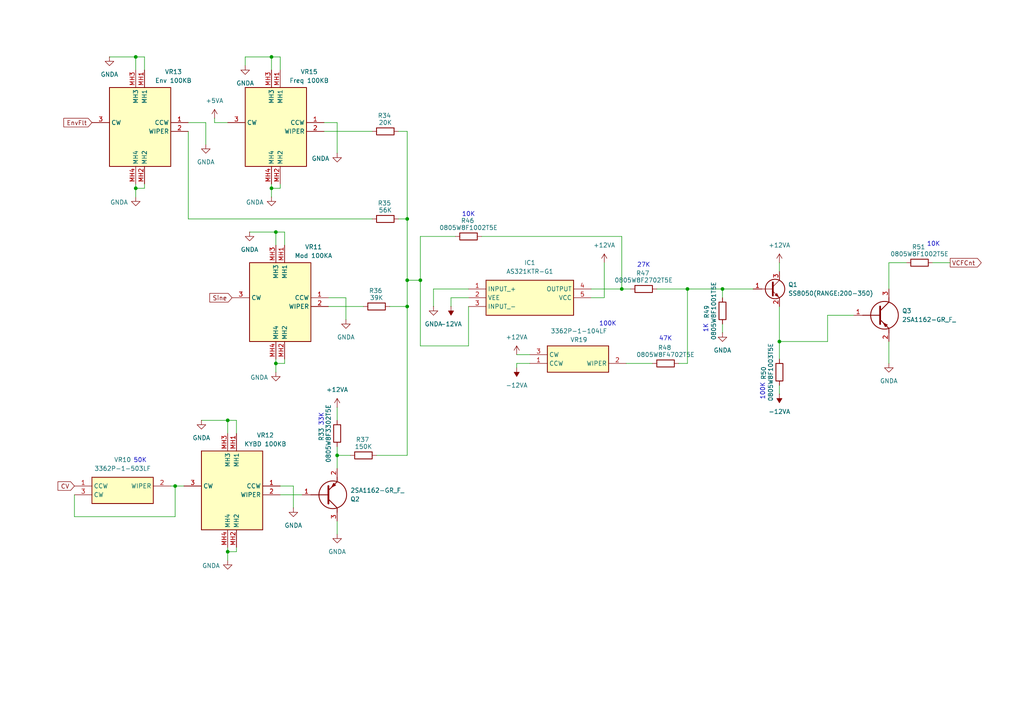
<source format=kicad_sch>
(kicad_sch (version 20250114) (generator "eeschema") (generator_version "9.0")
  (paper "A4")
  (lib_symbols
    (symbol "Device:R" (pin_numbers (hide yes)) (pin_names (offset 0))
      (property "Reference" "R" (at 2.032 0 90))
      (property "Value" "R" (at 0 0 90))
      (symbol "R_0_1"
        (rectangle (start -1.016 -2.54) (end 1.016 2.54) (stroke (width 0.254)))
      )
      (symbol "R_1_1"
        (pin passive line (at 0 3.81 270) (length 1.27) (name "~") (number "1"))
        (pin passive line (at 0 -3.81 90) (length 1.27) (name "~") (number "2"))
      )
    )
    (symbol "SamacSys_Parts:2SA1162-GR_F_" (pin_names (hide yes))
      (property "Reference" "Q" (at 13.97 1.27 0))
      (property "Value" "2SA1162-GR_F_" (at 13.97 -1.27 0))
      (symbol "2SA1162-GR_F__1_1"
        (polyline (pts (xy 2.54 0) (xy 7.62 0)) (stroke (width 0.254)))
        (polyline (pts (xy 7.62 2.54) (xy 7.62 -2.54)) (stroke (width 0.508)))
        (polyline (pts (xy 7.62 1.27) (xy 10.16 3.81)) (stroke (width 0.254)))
        (polyline (pts (xy 7.62 -1.27) (xy 10.16 -3.81)) (stroke (width 0.254)))
        (circle (center 8.89 0) (radius 4.016) (stroke (width 0.254)))
        (polyline (pts (xy 9.652 -2.794) (xy 9.144 -3.302) (xy 8.636 -2.286) (xy 9.652 -2.794)) (stroke (width 0.254)) (fill (type outline)))
        (polyline (pts (xy 10.16 3.81) (xy 10.16 5.08)) (stroke (width 0.254)))
        (polyline (pts (xy 10.16 -3.81) (xy 10.16 -5.08)) (stroke (width 0.254)))
        (pin passive line (at 0 0 0) (length 2.54) (name "B") (number "1"))
        (pin passive line (at 10.16 7.62 270) (length 2.54) (name "C") (number "3"))
        (pin passive line (at 10.16 -7.62 90) (length 2.54) (name "E") (number "2"))
      )
    )
    (symbol "SamacSys_Parts:3362P-1-103LF"
      (property "Reference" "VR" (at 24.13 7.62 0))
      (property "Value" "3362P-1-103LF" (at 24.13 5.08 0))
      (symbol "3362P-1-103LF_1_1"
        (rectangle (start 5.08 2.54) (end 22.86 -5.08) (stroke (width 0.254)) (fill (type background)))
        (pin passive line (at 0 0 0) (length 5.08) (name "CCW") (number "1"))
        (pin passive line (at 0 -2.54 0) (length 5.08) (name "CW") (number "3"))
        (pin passive line (at 27.94 0 180) (length 5.08) (name "WIPER") (number "2"))
      )
    )
    (symbol "SamacSys_Parts:AS321KTR-E1"
      (property "Reference" "D" (at 31.75 7.62 0))
      (property "Value" "AS321KTR-E1" (at 31.75 5.08 0))
      (symbol "AS321KTR-E1_1_1"
        (rectangle (start 5.08 2.54) (end 30.48 -7.62) (stroke (width 0.254)) (fill (type background)))
        (pin passive line (at 0 0 0) (length 5.08) (name "INPUT_+") (number "1"))
        (pin passive line (at 0 -2.54 0) (length 5.08) (name "VEE") (number "2"))
        (pin passive line (at 0 -5.08 0) (length 5.08) (name "INPUT_-") (number "3"))
        (pin passive line (at 35.56 0 180) (length 5.08) (name "OUTPUT") (number "4"))
        (pin passive line (at 35.56 -2.54 180) (length 5.08) (name "VCC") (number "5"))
      )
    )
    (symbol "SamacSys_Parts:PTA2043-2010CIB104"
      (property "Reference" "VR" (at 24.13 15.24 0))
      (property "Value" "PTA2043-2010CIB104" (at 24.13 12.7 0))
      (symbol "PTA2043-2010CIB104_1_1"
        (rectangle (start 5.08 10.16) (end 22.86 -12.7) (stroke (width 0.254)) (fill (type background)))
        (pin passive line (at 0 0 0) (length 5.08) (name "CCW") (number "1"))
        (pin passive line (at 0 -2.54 0) (length 5.08) (name "WIPER") (number "2"))
        (pin passive line (at 12.7 15.24 270) (length 5.08) (name "MH1") (number "MH1"))
        (pin passive line (at 12.7 -17.78 90) (length 5.08) (name "MH2") (number "MH2"))
        (pin passive line (at 15.24 15.24 270) (length 5.08) (name "MH3") (number "MH3"))
        (pin passive line (at 15.24 -17.78 90) (length 5.08) (name "MH4") (number "MH4"))
        (pin passive line (at 27.94 0 180) (length 5.08) (name "CW") (number "3"))
      )
    )
    (symbol "Transistor_BJT:SS8050" (pin_names (offset 0) (hide yes))
      (property "Reference" "Q" (at 5.08 1.905 0))
      (property "Value" "SS8050" (at 5.08 0 0))
      (symbol "SS8050_0_1"
        (polyline (pts (xy -2.54 0) (xy 0.635 0)))
        (polyline (pts (xy 0.635 1.905) (xy 0.635 -1.905)) (stroke (width 0.508)))
        (circle (center 1.27 0) (radius 2.8194) (stroke (width 0.254)))
      )
      (symbol "SS8050_1_1"
        (polyline (pts (xy 0.635 0.635) (xy 2.54 2.54)))
        (polyline (pts (xy 0.635 -0.635) (xy 2.54 -2.54)))
        (polyline (pts (xy 1.27 -1.778) (xy 1.778 -1.27) (xy 2.286 -2.286) (xy 1.27 -1.778)) (fill (type outline)))
        (pin input line (at -5.08 0 0) (length 2.54) (name "B") (number "1"))
        (pin passive line (at 2.54 5.08 270) (length 2.54) (name "C") (number "3"))
        (pin passive line (at 2.54 -5.08 90) (length 2.54) (name "E") (number "2"))
      )
    )
    (symbol "power:+12VA" (power) (pin_numbers (hide yes)) (pin_names (offset 0) (hide yes))
      (property "Value" "+12VA" (at 0 3.556 0))
      (symbol "+12VA_0_1"
        (polyline (pts (xy -0.762 1.27) (xy 0 2.54)))
        (polyline (pts (xy 0 2.54) (xy 0.762 1.27)))
        (polyline (pts (xy 0 0) (xy 0 2.54)))
      )
      (symbol "+12VA_1_1"
        (pin power_in line (at 0 0 90) (length 0) (name "~") (number "1"))
      )
    )
    (symbol "power:+5VA" (power) (pin_numbers (hide yes)) (pin_names (offset 0) (hide yes))
      (property "Value" "+5VA" (at 0 3.556 0))
      (symbol "+5VA_0_1"
        (polyline (pts (xy -0.762 1.27) (xy 0 2.54)))
        (polyline (pts (xy 0 2.54) (xy 0.762 1.27)))
        (polyline (pts (xy 0 0) (xy 0 2.54)))
      )
      (symbol "+5VA_1_1"
        (pin power_in line (at 0 0 90) (length 0) (name "~") (number "1"))
      )
    )
    (symbol "power:-12VA" (power) (pin_numbers (hide yes)) (pin_names (offset 0) (hide yes))
      (property "Value" "-12VA" (at 0 3.556 0))
      (symbol "-12VA_0_0"
        (pin power_in line (at 0 0 90) (length 0) (name "~") (number "1"))
      )
      (symbol "-12VA_0_1"
        (polyline (pts (xy 0 0) (xy 0 1.27) (xy 0.762 1.27) (xy 0 2.54) (xy -0.762 1.27) (xy 0 1.27)) (fill (type outline)))
      )
    )
    (symbol "power:GNDA" (power) (pin_numbers (hide yes)) (pin_names (offset 0) (hide yes))
      (property "Value" "GNDA" (at 0 -3.81 0))
      (symbol "GNDA_0_1"
        (polyline (pts (xy 0 0) (xy 0 -1.27) (xy 1.27 -1.27) (xy 0 -2.54) (xy -1.27 -1.27) (xy 0 -1.27)))
      )
      (symbol "GNDA_1_1"
        (pin power_in line (at 0 0 270) (length 0) (name "~") (number "1"))
      )
    )
  )
  (text "100K" (at 176.276 93.98 0) (effects (font (size 1.27 1.27))))
  (text "47K" (at 193.04 98.298 0) (effects (font (size 1.27 1.27))))
  (text "10K" (at 135.89 62.23 0) (effects (font (size 1.27 1.27))))
  (text "10K" (at 270.764 70.866 0) (effects (font (size 1.27 1.27))))
  (text "27K" (at 186.69 76.962 0) (effects (font (size 1.27 1.27))))
  (text "50K" (at 40.64 133.604 0) (effects (font (size 1.27 1.27))))
  (text "1K" (at 204.724 95.25 90) (effects (font (size 1.27 1.27))))
  (text "33K" (at 93.218 121.666 90) (effects (font (size 1.27 1.27))))
  (text "100K" (at 221.234 113.538 90) (effects (font (size 1.27 1.27))))
  (junction (at 209.55 83.82))
  (junction (at 118.11 63.5))
  (junction (at 78.74 54.61))
  (junction (at 50.8 140.97))
  (junction (at 118.11 88.9))
  (junction (at 80.01 67.31))
  (junction (at 66.04 160.02))
  (junction (at 97.79 132.08))
  (junction (at 80.01 105.41))
  (junction (at 226.06 99.06))
  (junction (at 39.37 16.51))
  (junction (at 180.34 83.82))
  (junction (at 118.11 81.28))
  (junction (at 121.92 81.28))
  (junction (at 78.74 16.51))
  (junction (at 199.39 83.82))
  (junction (at 66.04 121.92))
  (junction (at 39.37 54.61))
  (wire (pts (xy 118.11 38.1) (xy 118.11 63.5)))
  (wire (pts (xy 100.33 86.36) (xy 95.25 86.36)))
  (wire (pts (xy 175.26 86.36) (xy 171.45 86.36)))
  (wire (pts (xy 97.79 132.08) (xy 97.79 135.89)))
  (wire (pts (xy 181.61 105.41) (xy 189.23 105.41)))
  (wire (pts (xy 139.7 68.58) (xy 180.34 68.58)))
  (wire (pts (xy 97.79 132.08) (xy 101.6 132.08)))
  (wire (pts (xy 118.11 88.9) (xy 118.11 132.08)))
  (wire (pts (xy 113.03 88.9) (xy 118.11 88.9)))
  (wire (pts (xy 209.55 93.98) (xy 209.55 96.52)))
  (wire (pts (xy 41.91 16.51) (xy 41.91 20.32)))
  (wire (pts (xy 81.28 54.61) (xy 81.28 53.34)))
  (wire (pts (xy 39.37 54.61) (xy 41.91 54.61)))
  (wire (pts (xy 135.89 86.36) (xy 130.81 86.36)))
  (wire (pts (xy 39.37 53.34) (xy 39.37 54.61)))
  (wire (pts (xy 81.28 143.51) (xy 87.63 143.51)))
  (wire (pts (xy 41.91 54.61) (xy 41.91 53.34)))
  (wire (pts (xy 199.39 105.41) (xy 199.39 83.82)))
  (wire (pts (xy 66.04 35.56) (xy 62.23 35.56)))
  (wire (pts (xy 81.28 140.97) (xy 85.09 140.97)))
  (wire (pts (xy 59.69 35.56) (xy 54.61 35.56)))
  (wire (pts (xy 257.81 76.2) (xy 257.81 83.82)))
  (wire (pts (xy 93.98 35.56) (xy 97.79 35.56)))
  (wire (pts (xy 66.04 121.92) (xy 66.04 125.73)))
  (wire (pts (xy 39.37 16.51) (xy 41.91 16.51)))
  (wire (pts (xy 80.01 105.41) (xy 82.55 105.41)))
  (wire (pts (xy 78.74 16.51) (xy 81.28 16.51)))
  (wire (pts (xy 97.79 151.13) (xy 97.79 154.94)))
  (wire (pts (xy 226.06 111.76) (xy 226.06 114.3)))
  (wire (pts (xy 80.01 67.31) (xy 80.01 71.12)))
  (wire (pts (xy 115.57 38.1) (xy 118.11 38.1)))
  (wire (pts (xy 71.12 16.51) (xy 78.74 16.51)))
  (wire (pts (xy 171.45 83.82) (xy 180.34 83.82)))
  (wire (pts (xy 130.81 86.36) (xy 130.81 88.9)))
  (wire (pts (xy 100.33 92.71) (xy 100.33 86.36)))
  (wire (pts (xy 78.74 54.61) (xy 81.28 54.61)))
  (wire (pts (xy 209.55 83.82) (xy 218.44 83.82)))
  (wire (pts (xy 175.26 76.2) (xy 175.26 86.36)))
  (wire (pts (xy 95.25 88.9) (xy 105.41 88.9)))
  (wire (pts (xy 115.57 63.5) (xy 118.11 63.5)))
  (wire (pts (xy 54.61 63.5) (xy 54.61 38.1)))
  (wire (pts (xy 66.04 160.02) (xy 68.58 160.02)))
  (wire (pts (xy 82.55 67.31) (xy 82.55 71.12)))
  (wire (pts (xy 58.42 121.92) (xy 66.04 121.92)))
  (wire (pts (xy 21.59 149.86) (xy 21.59 143.51)))
  (wire (pts (xy 180.34 83.82) (xy 180.34 68.58)))
  (wire (pts (xy 209.55 83.82) (xy 209.55 86.36)))
  (wire (pts (xy 121.92 68.58) (xy 121.92 81.28)))
  (wire (pts (xy 78.74 53.34) (xy 78.74 54.61)))
  (wire (pts (xy 135.89 100.33) (xy 121.92 100.33)))
  (wire (pts (xy 257.81 99.06) (xy 257.81 105.41)))
  (wire (pts (xy 80.01 105.41) (xy 80.01 107.95)))
  (wire (pts (xy 78.74 16.51) (xy 78.74 20.32)))
  (wire (pts (xy 270.51 76.2) (xy 275.59 76.2)))
  (wire (pts (xy 68.58 121.92) (xy 68.58 125.73)))
  (wire (pts (xy 132.08 68.58) (xy 121.92 68.58)))
  (wire (pts (xy 240.03 91.44) (xy 247.65 91.44)))
  (wire (pts (xy 226.06 99.06) (xy 240.03 99.06)))
  (wire (pts (xy 59.69 41.91) (xy 59.69 35.56)))
  (wire (pts (xy 226.06 99.06) (xy 226.06 104.14)))
  (wire (pts (xy 118.11 81.28) (xy 121.92 81.28)))
  (wire (pts (xy 66.04 121.92) (xy 68.58 121.92)))
  (wire (pts (xy 81.28 16.51) (xy 81.28 20.32)))
  (wire (pts (xy 85.09 140.97) (xy 85.09 147.32)))
  (wire (pts (xy 121.92 100.33) (xy 121.92 81.28)))
  (wire (pts (xy 135.89 83.82) (xy 125.73 83.82)))
  (wire (pts (xy 149.86 102.87) (xy 153.67 102.87)))
  (wire (pts (xy 62.23 35.56) (xy 62.23 34.29)))
  (wire (pts (xy 262.89 76.2) (xy 257.81 76.2)))
  (wire (pts (xy 50.8 149.86) (xy 21.59 149.86)))
  (wire (pts (xy 50.8 140.97) (xy 53.34 140.97)))
  (wire (pts (xy 78.74 54.61) (xy 78.74 57.15)))
  (wire (pts (xy 109.22 132.08) (xy 118.11 132.08)))
  (wire (pts (xy 72.39 67.31) (xy 80.01 67.31)))
  (wire (pts (xy 199.39 83.82) (xy 190.5 83.82)))
  (wire (pts (xy 39.37 16.51) (xy 39.37 20.32)))
  (wire (pts (xy 125.73 83.82) (xy 125.73 88.9)))
  (wire (pts (xy 199.39 83.82) (xy 209.55 83.82)))
  (wire (pts (xy 49.53 140.97) (xy 50.8 140.97)))
  (wire (pts (xy 71.12 19.05) (xy 71.12 16.51)))
  (wire (pts (xy 118.11 81.28) (xy 118.11 88.9)))
  (wire (pts (xy 82.55 105.41) (xy 82.55 104.14)))
  (wire (pts (xy 39.37 54.61) (xy 39.37 57.15)))
  (wire (pts (xy 107.95 63.5) (xy 54.61 63.5)))
  (wire (pts (xy 226.06 76.2) (xy 226.06 78.74)))
  (wire (pts (xy 196.85 105.41) (xy 199.39 105.41)))
  (wire (pts (xy 66.04 158.75) (xy 66.04 160.02)))
  (wire (pts (xy 180.34 83.82) (xy 182.88 83.82)))
  (wire (pts (xy 226.06 88.9) (xy 226.06 99.06)))
  (wire (pts (xy 31.75 16.51) (xy 39.37 16.51)))
  (wire (pts (xy 240.03 99.06) (xy 240.03 91.44)))
  (wire (pts (xy 66.04 160.02) (xy 66.04 162.56)))
  (wire (pts (xy 80.01 67.31) (xy 82.55 67.31)))
  (wire (pts (xy 68.58 160.02) (xy 68.58 158.75)))
  (wire (pts (xy 149.86 105.41) (xy 149.86 106.68)))
  (wire (pts (xy 97.79 129.54) (xy 97.79 132.08)))
  (wire (pts (xy 50.8 140.97) (xy 50.8 149.86)))
  (wire (pts (xy 153.67 105.41) (xy 149.86 105.41)))
  (wire (pts (xy 135.89 88.9) (xy 135.89 100.33)))
  (wire (pts (xy 93.98 38.1) (xy 107.95 38.1)))
  (wire (pts (xy 80.01 104.14) (xy 80.01 105.41)))
  (wire (pts (xy 97.79 118.11) (xy 97.79 121.92)))
  (wire (pts (xy 97.79 35.56) (xy 97.79 44.45)))
  (wire (pts (xy 118.11 63.5) (xy 118.11 81.28)))
  (global_label "Sine" (shape input) (at 67.31 86.36 180) (property "Intersheetrefs" "${INTERSHEET_REFS}" (effects (hide yes))))
  (global_label "CV" (shape input) (at 21.59 140.97 180) (property "Intersheetrefs" "${INTERSHEET_REFS}" (effects (hide yes))))
  (global_label "VCFCnt" (shape output) (at 275.59 76.2 0) (property "Intersheetrefs" "${INTERSHEET_REFS}" (effects (hide yes))))
  (global_label "EnvFlt" (shape input) (at 26.67 35.56 180) (property "Intersheetrefs" "${INTERSHEET_REFS}" (effects (hide yes))))
  (symbol (lib_id "power:-12VA") (at 149.86 106.68 180) (unit 1)
    (property "Reference" "#PWR049" (effects (hide yes)))
    (property "Value" "-12VA" (at 149.86 111.76 0))
    (property "Description" "Power symbol creates a global label with name \"-12VA\"" (effects (hide yes)))
  )
  (symbol (lib_id "power:GNDA") (at 39.37 57.15 0) (unit 1)
    (property "Reference" "#PWR0153" (effects (hide yes)))
    (property "Value" "GNDA" (at 34.544 58.674 0))
    (property "Description" "Power symbol creates a global label with name \"GNDA\" , analog ground" (effects (hide yes)))
  )
  (symbol (lib_id "power:-12VA") (at 130.81 88.9 180) (unit 1)
    (property "Reference" "#PWR038" (effects (hide yes)))
    (property "Value" "-12VA" (at 130.81 93.98 0))
    (property "Description" "Power symbol creates a global label with name \"-12VA\"" (effects (hide yes)))
  )
  (symbol (lib_id "power:GNDA") (at 80.01 107.95 0) (unit 1)
    (property "Reference" "#PWR0155" (effects (hide yes)))
    (property "Value" "GNDA" (at 75.184 109.474 0))
    (property "Description" "Power symbol creates a global label with name \"GNDA\" , analog ground" (effects (hide yes)))
  )
  (symbol (lib_id "power:GNDA") (at 100.33 92.71 0) (unit 1)
    (property "Reference" "#PWR0156" (effects (hide yes)))
    (property "Value" "GNDA" (at 100.33 97.79 0))
    (property "Description" "Power symbol creates a global label with name \"GNDA\" , analog ground" (effects (hide yes)))
  )
  (symbol (lib_id "power:GNDA") (at 209.55 96.52 0) (unit 1)
    (property "Reference" "#PWR090" (effects (hide yes)))
    (property "Value" "GNDA" (at 209.55 101.6 0))
    (property "Description" "Power symbol creates a global label with name \"GNDA\" , analog ground" (effects (hide yes)))
  )
  (symbol (lib_id "power:GNDA") (at 72.39 67.31 0) (unit 1)
    (property "Reference" "#PWR042" (effects (hide yes)))
    (property "Value" "GNDA" (at 72.39 72.39 0))
    (property "Description" "Power symbol creates a global label with name \"GNDA\" , analog ground" (effects (hide yes)))
  )
  (symbol (lib_id "SamacSys_Parts:2SA1162-GR_F_") (at 247.65 91.44 0) (unit 1)
    (property "Reference" "Q3" (at 261.62 90.1699 0) (effects (justify left)))
    (property "Value" "2SA1162-GR_F_" (at 261.62 92.7099 0) (effects (justify left)))
    (property "Footprint" "SamacSys_parts:1SS294LFT" (effects (hide yes)))
    (property "Datasheet" "https://toshiba.semicon-storage.com/ap-en/product/bipolar-transistor/bipolar-transistor/detail.2SA1162.html" (effects (hide yes)))
    (property "Description" "Transistor Toshiba 2SA1162-GR(F) PNP Bipolar Transistor, 0.15 A, 50 V, 3-Pin SC-59" (effects (hide yes)))
    (property "Height" "1.4" (effects (hide yes)))
    (property "Manufacturer_Name" "Toshiba" (effects (hide yes)))
    (property "Manufacturer_Part_Number" "2SA1162-GR(F)" (effects (hide yes)))
  )
  (symbol (lib_id "Device:R") (at 109.22 88.9 90) (unit 1)
    (property "Reference" "R36" (at 108.966 84.328 90))
    (property "Value" "39K" (at 109.22 86.36 90))
    (property "Footprint" "Resistor_THT:R_Axial_DIN0204_L3.6mm_D1.6mm_P7.62mm_Horizontal" (effects (hide yes)))
    (property "Description" "Resistor" (effects (hide yes)))
  )
  (symbol (lib_id "power:GNDA") (at 31.75 16.51 0) (unit 1)
    (property "Reference" "#PWR0152" (effects (hide yes)))
    (property "Value" "GNDA" (at 31.75 21.59 0))
    (property "Description" "Power symbol creates a global label with name \"GNDA\" , analog ground" (effects (hide yes)))
  )
  (symbol (lib_id "power:GNDA") (at 97.79 154.94 0) (unit 1)
    (property "Reference" "#PWR034" (effects (hide yes)))
    (property "Value" "GNDA" (at 97.79 160.02 0))
    (property "Description" "Power symbol creates a global label with name \"GNDA\" , analog ground" (effects (hide yes)))
  )
  (symbol (lib_id "SamacSys_Parts:PTA2043-2010CIB104") (at 93.98 35.56 0) (mirror y) (unit 1)
    (property "Reference" "VR15" (at 89.662 20.828 0))
    (property "Value" "Freq 100KB" (at 89.662 23.368 0))
    (property "Footprint" "SamacSys_parts:PTA20432010CIB104" (effects (hide yes)))
    (property "Datasheet" "https://www.bourns.com/docs/Product-Datasheets/pta.pdf" (effects (hide yes)))
    (property "Description" "100 kOhms 0.1W, 1/10W Through Hole Slide Potentiometer Top Adjustment Type" (effects (hide yes)))
    (property "Height" "26.5" (effects (hide yes)))
    (property "Manufacturer_Name" "Bourns" (effects (hide yes)))
    (property "Manufacturer_Part_Number" "PTA2043-2010CIB104" (effects (hide yes)))
    (property "Mouser Part Number" "652-PTA2432010CIB104" (effects (hide yes)))
    (property "Mouser Price/Stock" "https://www.mouser.co.uk/ProductDetail/Bourns/PTA2043-2010CIB104?qs=QARuOjD9jaHYsv9Jo8DrWA%3D%3D" (effects (hide yes)))
    (property "Arrow Part Number" "PTA2043-2010CIB104" (effects (hide yes)))
    (property "Arrow Price/Stock" "https://www.arrow.com/en/products/pta2043-2010cib104/bourns?utm_currency=USD&region=nac" (effects (hide yes)))
  )
  (symbol (lib_id "SamacSys_Parts:3362P-1-103LF") (at 21.59 140.97 0) (unit 1)
    (property "Reference" "VR10" (at 35.56 133.35 0))
    (property "Value" "3362P-1-503LF" (at 35.56 135.89 0))
    (property "Footprint" "SamacSys_parts:3362P_1" (effects (hide yes)))
    (property "Datasheet" "https://datasheet.datasheetarchive.com/originals/distributors/SFDatasheet-6/sf-000139931.pdf" (effects (hide yes)))
    (property "Description" "10k, Through Hole Trimmer Potentiometer 0.5W Top Adjust Bourns, 3362" (effects (hide yes)))
    (property "Manufacturer_Name" "Bourns" (effects (hide yes)))
    (property "Manufacturer_Part_Number" "3362P-1-103LF" (effects (hide yes)))
    (property "Mouser Part Number" "652-3362P-1-103LF" (effects (hide yes)))
    (property "Mouser Price/Stock" "https://www.mouser.co.uk/ProductDetail/Bourns/3362P-1-103LF?qs=tS7CBNq%252BQ07BavGNEQud%252BA%3D%3D" (effects (hide yes)))
    (property "Arrow Part Number" "3362P-1-103LF" (effects (hide yes)))
    (property "Arrow Price/Stock" "https://www.arrow.com/en/products/3362p-1-103lf/bourns?utm_currency=USD&region=nac" (effects (hide yes)))
  )
  (symbol (lib_id "power:+12VA") (at 226.06 76.2 0) (unit 1)
    (property "Reference" "#PWR098" (effects (hide yes)))
    (property "Value" "+12VA" (at 226.06 71.12 0))
    (property "Description" "Power symbol creates a global label with name \"+12VA\"" (effects (hide yes)))
  )
  (symbol (lib_id "Device:R") (at 186.69 83.82 90) (unit 1)
    (property "Reference" "R47" (at 186.436 79.248 90))
    (property "Value" "0805W8F2702T5E" (at 186.69 81.28 90))
    (property "Footprint" "Resistor_SMD:R_0805_2012Metric_Pad1.20x1.40mm_HandSolder" (effects (hide yes)))
    (property "Description" "Resistor" (effects (hide yes)))
  )
  (symbol (lib_id "Device:R") (at 111.76 38.1 90) (unit 1)
    (property "Reference" "R34" (at 111.506 33.528 90))
    (property "Value" "20K" (at 111.76 35.56 90))
    (property "Footprint" "Resistor_THT:R_Axial_DIN0204_L3.6mm_D1.6mm_P7.62mm_Horizontal" (effects (hide yes)))
    (property "Description" "Resistor" (effects (hide yes)))
  )
  (symbol (lib_id "Device:R") (at 135.89 68.58 90) (unit 1)
    (property "Reference" "R46" (at 135.636 64.008 90))
    (property "Value" "0805W8F1002T5E" (at 135.89 66.04 90))
    (property "Footprint" "Resistor_SMD:R_0805_2012Metric_Pad1.20x1.40mm_HandSolder" (effects (hide yes)))
    (property "Description" "Resistor" (effects (hide yes)))
  )
  (symbol (lib_id "power:GNDA") (at 97.79 44.45 0) (unit 1)
    (property "Reference" "#PWR0144" (effects (hide yes)))
    (property "Value" "GNDA" (at 92.964 45.974 0))
    (property "Description" "Power symbol creates a global label with name \"GNDA\" , analog ground" (effects (hide yes)))
  )
  (symbol (lib_id "power:GNDA") (at 85.09 147.32 0) (unit 1)
    (property "Reference" "#PWR0158" (effects (hide yes)))
    (property "Value" "GNDA" (at 85.09 152.4 0))
    (property "Description" "Power symbol creates a global label with name \"GNDA\" , analog ground" (effects (hide yes)))
  )
  (symbol (lib_id "power:GNDA") (at 78.74 57.15 0) (unit 1)
    (property "Reference" "#PWR0131" (effects (hide yes)))
    (property "Value" "GNDA" (at 73.914 58.674 0))
    (property "Description" "Power symbol creates a global label with name \"GNDA\" , analog ground" (effects (hide yes)))
  )
  (symbol (lib_id "power:GNDA") (at 125.73 88.9 0) (unit 1)
    (property "Reference" "#PWR041" (effects (hide yes)))
    (property "Value" "GNDA" (at 125.73 93.98 0))
    (property "Description" "Power symbol creates a global label with name \"GNDA\" , analog ground" (effects (hide yes)))
  )
  (symbol (lib_id "power:+12VA") (at 149.86 102.87 0) (unit 1)
    (property "Reference" "#PWR045" (effects (hide yes)))
    (property "Value" "+12VA" (at 149.86 97.79 0))
    (property "Description" "Power symbol creates a global label with name \"+12VA\"" (effects (hide yes)))
  )
  (symbol (lib_id "SamacSys_Parts:3362P-1-103LF") (at 153.67 105.41 0) (mirror x) (unit 1)
    (property "Reference" "VR19" (at 167.894 98.552 0))
    (property "Value" "3362P-1-104LF" (at 167.894 96.012 0))
    (property "Footprint" "SamacSys_parts:3362P_1" (effects (hide yes)))
    (property "Datasheet" "https://datasheet.datasheetarchive.com/originals/distributors/SFDatasheet-6/sf-000139931.pdf" (effects (hide yes)))
    (property "Description" "10k, Through Hole Trimmer Potentiometer 0.5W Top Adjust Bourns, 3362" (effects (hide yes)))
    (property "Manufacturer_Name" "Bourns" (effects (hide yes)))
    (property "Manufacturer_Part_Number" "3362P-1-103LF" (effects (hide yes)))
    (property "Mouser Part Number" "652-3362P-1-103LF" (effects (hide yes)))
    (property "Mouser Price/Stock" "https://www.mouser.co.uk/ProductDetail/Bourns/3362P-1-103LF?qs=tS7CBNq%252BQ07BavGNEQud%252BA%3D%3D" (effects (hide yes)))
    (property "Arrow Part Number" "3362P-1-103LF" (effects (hide yes)))
    (property "Arrow Price/Stock" "https://www.arrow.com/en/products/3362p-1-103lf/bourns?utm_currency=USD&region=nac" (effects (hide yes)))
  )
  (symbol (lib_id "power:GNDA") (at 66.04 162.56 0) (unit 1)
    (property "Reference" "#PWR0157" (effects (hide yes)))
    (property "Value" "GNDA" (at 61.214 164.084 0))
    (property "Description" "Power symbol creates a global label with name \"GNDA\" , analog ground" (effects (hide yes)))
  )
  (symbol (lib_id "Device:R") (at 193.04 105.41 90) (unit 1)
    (property "Reference" "R48" (at 192.786 100.838 90))
    (property "Value" "0805W8F4702T5E" (at 193.04 102.87 90))
    (property "Footprint" "Resistor_SMD:R_0805_2012Metric_Pad1.20x1.40mm_HandSolder" (effects (hide yes)))
    (property "Description" "Resistor" (effects (hide yes)))
  )
  (symbol (lib_id "SamacSys_Parts:PTA2043-2010CIB104") (at 54.61 35.56 0) (mirror y) (unit 1)
    (property "Reference" "VR13" (at 50.292 20.828 0))
    (property "Value" "Env 100KB" (at 50.292 23.368 0))
    (property "Footprint" "SamacSys_parts:PTA20432010CIB104" (effects (hide yes)))
    (property "Datasheet" "https://www.bourns.com/docs/Product-Datasheets/pta.pdf" (effects (hide yes)))
    (property "Description" "100 kOhms 0.1W, 1/10W Through Hole Slide Potentiometer Top Adjustment Type" (effects (hide yes)))
    (property "Height" "26.5" (effects (hide yes)))
    (property "Manufacturer_Name" "Bourns" (effects (hide yes)))
    (property "Manufacturer_Part_Number" "PTA2043-2010CIB104" (effects (hide yes)))
    (property "Mouser Part Number" "652-PTA2432010CIB104" (effects (hide yes)))
    (property "Mouser Price/Stock" "https://www.mouser.co.uk/ProductDetail/Bourns/PTA2043-2010CIB104?qs=QARuOjD9jaHYsv9Jo8DrWA%3D%3D" (effects (hide yes)))
    (property "Arrow Part Number" "PTA2043-2010CIB104" (effects (hide yes)))
    (property "Arrow Price/Stock" "https://www.arrow.com/en/products/pta2043-2010cib104/bourns?utm_currency=USD&region=nac" (effects (hide yes)))
  )
  (symbol (lib_id "Device:R") (at 111.76 63.5 90) (unit 1)
    (property "Reference" "R35" (at 111.506 58.928 90))
    (property "Value" "56K" (at 111.76 60.96 90))
    (property "Footprint" "Resistor_THT:R_Axial_DIN0204_L3.6mm_D1.6mm_P7.62mm_Horizontal" (effects (hide yes)))
    (property "Description" "Resistor" (effects (hide yes)))
  )
  (symbol (lib_id "Device:R") (at 226.06 107.95 180) (unit 1)
    (property "Reference" "R50" (at 221.488 108.204 90))
    (property "Value" "0805W8F1003T5E" (at 223.52 107.95 90))
    (property "Footprint" "Resistor_SMD:R_0805_2012Metric_Pad1.20x1.40mm_HandSolder" (effects (hide yes)))
    (property "Description" "Resistor" (effects (hide yes)))
  )
  (symbol (lib_id "SamacSys_Parts:PTA2043-2010CIB104") (at 81.28 140.97 0) (mirror y) (unit 1)
    (property "Reference" "VR12" (at 76.962 126.238 0))
    (property "Value" "KYBD 100KB" (at 76.962 128.778 0))
    (property "Footprint" "SamacSys_parts:PTA20432010CIB104" (effects (hide yes)))
    (property "Datasheet" "https://www.bourns.com/docs/Product-Datasheets/pta.pdf" (effects (hide yes)))
    (property "Description" "100 kOhms 0.1W, 1/10W Through Hole Slide Potentiometer Top Adjustment Type" (effects (hide yes)))
    (property "Height" "26.5" (effects (hide yes)))
    (property "Manufacturer_Name" "Bourns" (effects (hide yes)))
    (property "Manufacturer_Part_Number" "PTA2043-2010CIB104" (effects (hide yes)))
    (property "Mouser Part Number" "652-PTA2432010CIB104" (effects (hide yes)))
    (property "Mouser Price/Stock" "https://www.mouser.co.uk/ProductDetail/Bourns/PTA2043-2010CIB104?qs=QARuOjD9jaHYsv9Jo8DrWA%3D%3D" (effects (hide yes)))
    (property "Arrow Part Number" "PTA2043-2010CIB104" (effects (hide yes)))
    (property "Arrow Price/Stock" "https://www.arrow.com/en/products/pta2043-2010cib104/bourns?utm_currency=USD&region=nac" (effects (hide yes)))
  )
  (symbol (lib_id "Device:R") (at 266.7 76.2 90) (unit 1)
    (property "Reference" "R51" (at 266.446 71.628 90))
    (property "Value" "0805W8F1002T5E" (at 266.7 73.66 90))
    (property "Footprint" "Resistor_SMD:R_0805_2012Metric_Pad1.20x1.40mm_HandSolder" (effects (hide yes)))
    (property "Description" "Resistor" (effects (hide yes)))
  )
  (symbol (lib_id "Device:R") (at 209.55 90.17 180) (unit 1)
    (property "Reference" "R49" (at 204.978 90.424 90))
    (property "Value" "0805W8F1001T5E" (at 207.01 90.17 90))
    (property "Footprint" "Resistor_SMD:R_0805_2012Metric_Pad1.20x1.40mm_HandSolder" (effects (hide yes)))
    (property "Description" "Resistor" (effects (hide yes)))
  )
  (symbol (lib_id "Transistor_BJT:SS8050") (at 223.52 83.82 0) (unit 1)
    (property "Reference" "Q1" (at 228.6 82.5499 0) (effects (justify left)))
    (property "Value" "SS8050(RANGE:200-350)" (at 228.6 85.0899 0) (effects (justify left)))
    (property "Footprint" "Package_TO_SOT_SMD:SOT-23" (effects (hide yes)))
    (property "Datasheet" "http://www.secosgmbh.com/datasheet/products/SSMPTransistor/SOT-23/SS8050.pdf" (effects (hide yes)))
    (property "Description" "General Purpose NPN Transistor, 1.5A Ic, 25V Vce, SOT-23" (effects (hide yes)))
  )
  (symbol (lib_id "SamacSys_Parts:AS321KTR-E1") (at 135.89 83.82 0) (unit 1)
    (property "Reference" "IC1" (at 153.67 76.2 0))
    (property "Value" "AS321KTR-G1" (at 153.67 78.74 0))
    (property "Footprint" "SamacSys_parts:SOT95P282X145-5N" (effects (hide yes)))
    (property "Datasheet" "https://www.diodes.com//assets/Datasheets/AS321.pdf" (effects (hide yes)))
    (property "Description" "Excellent Phase Margin: 60 deg.  Large Voltage Gain: 100dB (Typical)  Low Input Bias Current: 20nA (Typical)  Low Input Offset Voltage: 2mV (Typical)  Low Supply Current: 0.35mA at VCC = 5V  Wide Power Supply Voltage:  Single Supply: 3V to 36V  Dual Supplies: +/-1.5V to +/-18V  Wide Input Common Mode Voltage Range: 0V to VCC-1.5V  Lead-Free Packages: SOT25  Totally Lead-Free; RoHS Compliant (Notes 1 & 2)  Lead-Free Packages, Available in Green Molding Compound: SOT25  Totally Lead-F" (effects (hide yes)))
    (property "Height" "1.45" (effects (hide yes)))
    (property "Manufacturer_Name" "Diodes Incorporated" (effects (hide yes)))
    (property "Manufacturer_Part_Number" "AS321KTR-E1" (effects (hide yes)))
    (property "Mouser Part Number" "621-AS321KTR-E1" (effects (hide yes)))
    (property "Mouser Price/Stock" "https://www.mouser.co.uk/ProductDetail/Diodes-Incorporated/AS321KTR-E1?qs=5V6w%252Be2aIqbJH6DETpx4Lw%3D%3D" (effects (hide yes)))
    (property "Arrow Part Number" "AS321KTR-E1" (effects (hide yes)))
    (property "Arrow Price/Stock" "https://www.arrow.com/en/products/as321ktr-e1/diodes-incorporated?region=nac" (effects (hide yes)))
  )
  (symbol (lib_id "power:+12VA") (at 175.26 76.2 0) (unit 1)
    (property "Reference" "#PWR032" (effects (hide yes)))
    (property "Value" "+12VA" (at 175.26 71.12 0))
    (property "Description" "Power symbol creates a global label with name \"+12VA\"" (effects (hide yes)))
  )
  (symbol (lib_id "power:+5VA") (at 62.23 34.29 0) (unit 1)
    (property "Reference" "#PWR0127" (effects (hide yes)))
    (property "Value" "+5VA" (at 62.23 29.21 0))
    (property "Description" "Power symbol creates a global label with name \"+5VA\"" (effects (hide yes)))
  )
  (symbol (lib_id "Device:R") (at 97.79 125.73 180) (unit 1)
    (property "Reference" "R33" (at 93.218 125.984 90))
    (property "Value" "0805W8F3302T5E" (at 95.25 125.73 90))
    (property "Footprint" "Resistor_SMD:R_0805_2012Metric_Pad1.20x1.40mm_HandSolder" (effects (hide yes)))
    (property "Description" "Resistor" (effects (hide yes)))
  )
  (symbol (lib_id "power:GNDA") (at 59.69 41.91 0) (unit 1)
    (property "Reference" "#PWR0154" (effects (hide yes)))
    (property "Value" "GNDA" (at 59.69 46.99 0))
    (property "Description" "Power symbol creates a global label with name \"GNDA\" , analog ground" (effects (hide yes)))
  )
  (symbol (lib_id "power:GNDA") (at 71.12 19.05 0) (unit 1)
    (property "Reference" "#PWR0130" (effects (hide yes)))
    (property "Value" "GNDA" (at 71.12 24.13 0))
    (property "Description" "Power symbol creates a global label with name \"GNDA\" , analog ground" (effects (hide yes)))
  )
  (symbol (lib_id "Device:R") (at 105.41 132.08 90) (unit 1)
    (property "Reference" "R37" (at 105.156 127.508 90))
    (property "Value" "150K" (at 105.41 129.54 90))
    (property "Footprint" "Resistor_THT:R_Axial_DIN0204_L3.6mm_D1.6mm_P7.62mm_Horizontal" (effects (hide yes)))
    (property "Description" "Resistor" (effects (hide yes)))
  )
  (symbol (lib_id "power:GNDA") (at 257.81 105.41 0) (unit 1)
    (property "Reference" "#PWR0104" (effects (hide yes)))
    (property "Value" "GNDA" (at 257.81 110.49 0))
    (property "Description" "Power symbol creates a global label with name \"GNDA\" , analog ground" (effects (hide yes)))
  )
  (symbol (lib_id "SamacSys_Parts:2SA1162-GR_F_") (at 87.63 143.51 0) (mirror x) (unit 1)
    (property "Reference" "Q2" (at 101.6 144.7801 0) (effects (justify left)))
    (property "Value" "2SA1162-GR_F_" (at 101.6 142.2401 0) (effects (justify left)))
    (property "Footprint" "SamacSys_parts:1SS294LFT" (effects (hide yes)))
    (property "Datasheet" "https://toshiba.semicon-storage.com/ap-en/product/bipolar-transistor/bipolar-transistor/detail.2SA1162.html" (effects (hide yes)))
    (property "Description" "Transistor Toshiba 2SA1162-GR(F) PNP Bipolar Transistor, 0.15 A, 50 V, 3-Pin SC-59" (effects (hide yes)))
    (property "Height" "1.4" (effects (hide yes)))
    (property "Manufacturer_Name" "Toshiba" (effects (hide yes)))
    (property "Manufacturer_Part_Number" "2SA1162-GR(F)" (effects (hide yes)))
  )
  (symbol (lib_id "power:-12VA") (at 226.06 114.3 180) (unit 1)
    (property "Reference" "#PWR0102" (effects (hide yes)))
    (property "Value" "-12VA" (at 226.06 119.38 0))
    (property "Description" "Power symbol creates a global label with name \"-12VA\"" (effects (hide yes)))
  )
  (symbol (lib_id "power:+12VA") (at 97.79 118.11 0) (unit 1)
    (property "Reference" "#PWR033" (effects (hide yes)))
    (property "Value" "+12VA" (at 97.79 113.03 0))
    (property "Description" "Power symbol creates a global label with name \"+12VA\"" (effects (hide yes)))
  )
  (symbol (lib_id "power:GNDA") (at 58.42 121.92 0) (unit 1)
    (property "Reference" "#PWR043" (effects (hide yes)))
    (property "Value" "GNDA" (at 58.42 127 0))
    (property "Description" "Power symbol creates a global label with name \"GNDA\" , analog ground" (effects (hide yes)))
  )
  (symbol (lib_id "SamacSys_Parts:PTA2043-2010CIB104") (at 95.25 86.36 0) (mirror y) (unit 1)
    (property "Reference" "VR11" (at 90.932 71.628 0))
    (property "Value" "Mod 100KA" (at 90.932 74.168 0))
    (property "Footprint" "SamacSys_parts:PTA20432010CIB104" (effects (hide yes)))
    (property "Datasheet" "https://www.bourns.com/docs/Product-Datasheets/pta.pdf" (effects (hide yes)))
    (property "Description" "100 kOhms 0.1W, 1/10W Through Hole Slide Potentiometer Top Adjustment Type" (effects (hide yes)))
    (property "Height" "26.5" (effects (hide yes)))
    (property "Manufacturer_Name" "Bourns" (effects (hide yes)))
    (property "Manufacturer_Part_Number" "PTA2043-2010CIB104" (effects (hide yes)))
    (property "Mouser Part Number" "652-PTA2432010CIB104" (effects (hide yes)))
    (property "Mouser Price/Stock" "https://www.mouser.co.uk/ProductDetail/Bourns/PTA2043-2010CIB104?qs=QARuOjD9jaHYsv9Jo8DrWA%3D%3D" (effects (hide yes)))
    (property "Arrow Part Number" "PTA2043-2010CIB104" (effects (hide yes)))
    (property "Arrow Price/Stock" "https://www.arrow.com/en/products/pta2043-2010cib104/bourns?utm_currency=USD&region=nac" (effects (hide yes)))
  )
)
</source>
